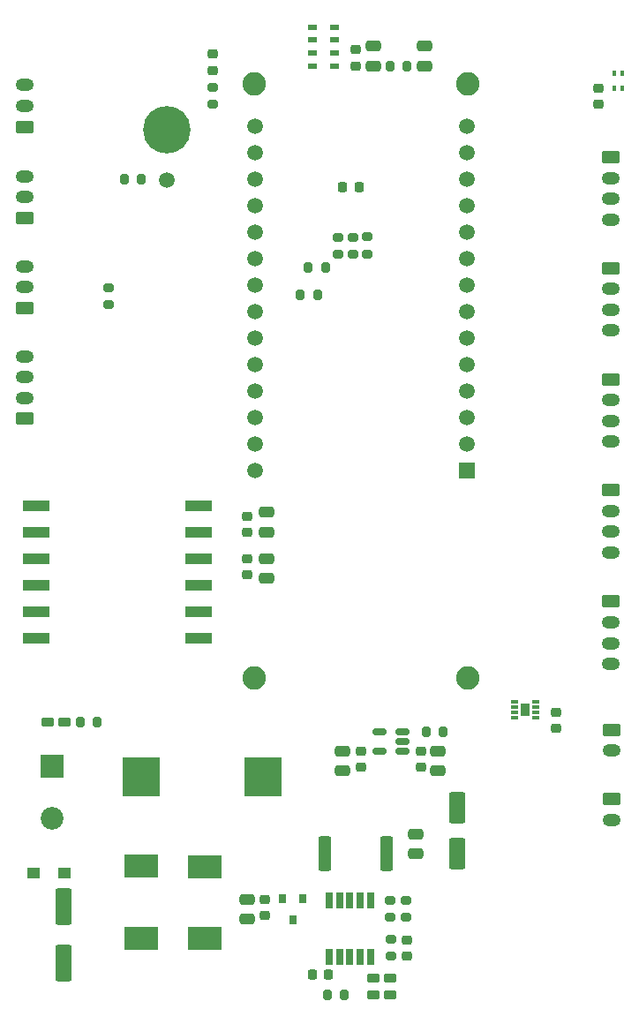
<source format=gbr>
G04 #@! TF.GenerationSoftware,KiCad,Pcbnew,(6.0.5)*
G04 #@! TF.CreationDate,2022-05-13T10:55:27+02:00*
G04 #@! TF.ProjectId,ruche,72756368-652e-46b6-9963-61645f706362,rev?*
G04 #@! TF.SameCoordinates,Original*
G04 #@! TF.FileFunction,Soldermask,Top*
G04 #@! TF.FilePolarity,Negative*
%FSLAX46Y46*%
G04 Gerber Fmt 4.6, Leading zero omitted, Abs format (unit mm)*
G04 Created by KiCad (PCBNEW (6.0.5)) date 2022-05-13 10:55:27*
%MOMM*%
%LPD*%
G01*
G04 APERTURE LIST*
G04 Aperture macros list*
%AMRoundRect*
0 Rectangle with rounded corners*
0 $1 Rounding radius*
0 $2 $3 $4 $5 $6 $7 $8 $9 X,Y pos of 4 corners*
0 Add a 4 corners polygon primitive as box body*
4,1,4,$2,$3,$4,$5,$6,$7,$8,$9,$2,$3,0*
0 Add four circle primitives for the rounded corners*
1,1,$1+$1,$2,$3*
1,1,$1+$1,$4,$5*
1,1,$1+$1,$6,$7*
1,1,$1+$1,$8,$9*
0 Add four rect primitives between the rounded corners*
20,1,$1+$1,$2,$3,$4,$5,0*
20,1,$1+$1,$4,$5,$6,$7,0*
20,1,$1+$1,$6,$7,$8,$9,0*
20,1,$1+$1,$8,$9,$2,$3,0*%
G04 Aperture macros list end*
%ADD10R,1.508000X1.508000*%
%ADD11C,1.508000*%
%ADD12C,2.250000*%
%ADD13RoundRect,0.250000X-0.550000X1.500000X-0.550000X-1.500000X0.550000X-1.500000X0.550000X1.500000X0*%
%ADD14RoundRect,0.225000X-0.250000X0.225000X-0.250000X-0.225000X0.250000X-0.225000X0.250000X0.225000X0*%
%ADD15RoundRect,0.250000X-0.475000X0.250000X-0.475000X-0.250000X0.475000X-0.250000X0.475000X0.250000X0*%
%ADD16RoundRect,0.225000X-0.225000X-0.250000X0.225000X-0.250000X0.225000X0.250000X-0.225000X0.250000X0*%
%ADD17RoundRect,0.250000X0.475000X-0.250000X0.475000X0.250000X-0.475000X0.250000X-0.475000X-0.250000X0*%
%ADD18RoundRect,0.250000X0.550000X-1.250000X0.550000X1.250000X-0.550000X1.250000X-0.550000X-1.250000X0*%
%ADD19RoundRect,0.212500X-0.400000X-0.212500X0.400000X-0.212500X0.400000X0.212500X-0.400000X0.212500X0*%
%ADD20R,1.240000X1.120000*%
%ADD21R,3.200000X2.250000*%
%ADD22R,0.650000X1.525000*%
%ADD23R,2.175000X2.175000*%
%ADD24C,2.175000*%
%ADD25RoundRect,0.250000X-0.625000X0.350000X-0.625000X-0.350000X0.625000X-0.350000X0.625000X0.350000X0*%
%ADD26O,1.750000X1.200000*%
%ADD27RoundRect,0.250000X0.625000X-0.350000X0.625000X0.350000X-0.625000X0.350000X-0.625000X-0.350000X0*%
%ADD28R,3.650000X3.750000*%
%ADD29R,0.800000X0.900000*%
%ADD30RoundRect,0.200000X-0.200000X-0.275000X0.200000X-0.275000X0.200000X0.275000X-0.200000X0.275000X0*%
%ADD31RoundRect,0.200000X0.275000X-0.200000X0.275000X0.200000X-0.275000X0.200000X-0.275000X-0.200000X0*%
%ADD32RoundRect,0.200000X-0.275000X0.200000X-0.275000X-0.200000X0.275000X-0.200000X0.275000X0.200000X0*%
%ADD33RoundRect,0.250000X-0.362500X-1.425000X0.362500X-1.425000X0.362500X1.425000X-0.362500X1.425000X0*%
%ADD34R,0.750000X0.300000*%
%ADD35R,0.900000X1.300000*%
%ADD36R,2.500000X1.000000*%
%ADD37R,0.300000X0.500000*%
%ADD38C,1.500000*%
%ADD39C,4.540000*%
%ADD40RoundRect,0.225000X0.250000X-0.225000X0.250000X0.225000X-0.250000X0.225000X-0.250000X-0.225000X0*%
%ADD41RoundRect,0.218750X-0.256250X0.218750X-0.256250X-0.218750X0.256250X-0.218750X0.256250X0.218750X0*%
%ADD42RoundRect,0.225000X0.225000X0.250000X-0.225000X0.250000X-0.225000X-0.250000X0.225000X-0.250000X0*%
%ADD43R,0.950000X0.550000*%
%ADD44RoundRect,0.150000X0.512500X0.150000X-0.512500X0.150000X-0.512500X-0.150000X0.512500X-0.150000X0*%
G04 APERTURE END LIST*
D10*
X141287500Y-115300200D03*
D11*
X141287500Y-112760200D03*
X141287500Y-110220200D03*
X141287500Y-107680200D03*
X141287500Y-105140200D03*
X141287500Y-102600200D03*
X141287500Y-100060200D03*
X141287500Y-97520200D03*
X141287500Y-94980200D03*
X141287500Y-92440200D03*
X141287500Y-89900200D03*
X141287500Y-87360200D03*
X141287500Y-84820200D03*
X141287500Y-82280200D03*
X120967500Y-82280200D03*
X120967500Y-84820200D03*
X120967500Y-87360200D03*
X120967500Y-89900200D03*
X120967500Y-92440200D03*
X120967500Y-94980200D03*
X120967500Y-97520200D03*
X120967500Y-100060200D03*
X120967500Y-102600200D03*
X120967500Y-105140200D03*
X120967500Y-107680200D03*
X120967500Y-110220200D03*
X120967500Y-112760200D03*
X120967500Y-115300200D03*
D12*
X141377500Y-135185000D03*
X120877500Y-135185000D03*
X120877500Y-78185000D03*
X141377500Y-78185000D03*
D13*
X102625000Y-157110000D03*
X102625000Y-162510000D03*
D14*
X121890000Y-156385000D03*
X121890000Y-157935000D03*
D15*
X120220000Y-156390000D03*
X120220000Y-158290000D03*
D14*
X135560000Y-160275000D03*
X135560000Y-161825000D03*
X149850000Y-138460000D03*
X149850000Y-140010000D03*
D16*
X126495000Y-163600000D03*
X128045000Y-163600000D03*
D17*
X136410000Y-152035000D03*
X136410000Y-150135000D03*
D18*
X140380000Y-152010000D03*
X140380000Y-147610000D03*
D14*
X153950000Y-78585000D03*
X153950000Y-80135000D03*
D19*
X101047500Y-139430000D03*
X102672500Y-139430000D03*
D20*
X102700000Y-153900000D03*
X99700000Y-153900000D03*
D19*
X132307500Y-165542000D03*
X133932500Y-165542000D03*
X132327500Y-163992000D03*
X133952500Y-163992000D03*
D21*
X116180000Y-153260000D03*
X116180000Y-160160000D03*
X110025000Y-153235000D03*
X110025000Y-160135000D03*
D22*
X128070000Y-161912000D03*
X129070000Y-161912000D03*
X130070000Y-161912000D03*
X131070000Y-161912000D03*
X132070000Y-161912000D03*
X132070000Y-156488000D03*
X131070000Y-156488000D03*
X130070000Y-156488000D03*
X129070000Y-156488000D03*
X128070000Y-156488000D03*
D23*
X101550000Y-143635000D03*
D24*
X101550000Y-148635000D03*
D25*
X155140000Y-117140000D03*
D26*
X155140000Y-119140000D03*
X155140000Y-121140000D03*
X155140000Y-123140000D03*
D25*
X155140000Y-127840000D03*
D26*
X155140000Y-129840000D03*
X155140000Y-131840000D03*
X155140000Y-133840000D03*
D27*
X98900000Y-110310000D03*
D26*
X98900000Y-108310000D03*
X98900000Y-106310000D03*
X98900000Y-104310000D03*
D28*
X110040000Y-144690000D03*
X121740000Y-144690000D03*
D29*
X125540000Y-156350000D03*
X123640000Y-156350000D03*
X124590000Y-158350000D03*
D30*
X104195000Y-139420000D03*
X105845000Y-139420000D03*
D31*
X133990000Y-161875000D03*
X133990000Y-160225000D03*
D30*
X127895000Y-165540000D03*
X129545000Y-165540000D03*
D32*
X135460000Y-156485000D03*
X135460000Y-158135000D03*
D31*
X133960000Y-158135000D03*
X133960000Y-156485000D03*
D33*
X127637500Y-152030000D03*
X133562500Y-152030000D03*
D30*
X126105000Y-95830000D03*
X127755000Y-95830000D03*
X125325000Y-98385000D03*
X126975000Y-98385000D03*
D32*
X106910000Y-97720000D03*
X106910000Y-99370000D03*
D25*
X155225000Y-140135000D03*
D26*
X155225000Y-142135000D03*
D25*
X155225000Y-146785000D03*
D26*
X155225000Y-148785000D03*
D34*
X147900000Y-138960000D03*
X147900000Y-138460000D03*
X147900000Y-137960000D03*
X147900000Y-137460000D03*
X145900000Y-137460000D03*
X145900000Y-137960000D03*
X145900000Y-138460000D03*
X145900000Y-138960000D03*
D35*
X146900000Y-138210000D03*
D27*
X98875000Y-91035000D03*
D26*
X98875000Y-89035000D03*
X98875000Y-87035000D03*
D27*
X98850000Y-82310000D03*
D26*
X98850000Y-80310000D03*
X98850000Y-78310000D03*
D27*
X98900000Y-99685000D03*
D26*
X98900000Y-97685000D03*
X98900000Y-95685000D03*
D36*
X115525000Y-131340000D03*
X115525000Y-128800000D03*
X115525000Y-126260000D03*
X115525000Y-123720000D03*
X115525000Y-121180000D03*
X115525000Y-118640000D03*
X100025000Y-118640000D03*
X100025000Y-121180000D03*
X100025000Y-123720000D03*
X100025000Y-126260000D03*
X100025000Y-128800000D03*
X100025000Y-131340000D03*
D37*
X156225000Y-77185000D03*
X155425000Y-77185000D03*
X155425000Y-78585000D03*
X156225000Y-78585000D03*
D14*
X120225000Y-123730000D03*
X120225000Y-125280000D03*
D15*
X122050000Y-123730000D03*
X122050000Y-125630000D03*
D30*
X108425000Y-87310000D03*
X110075000Y-87310000D03*
D38*
X112500000Y-87385000D03*
D39*
X112500000Y-82585000D03*
D15*
X129340000Y-142160000D03*
X129340000Y-144060000D03*
D40*
X120240000Y-121195000D03*
X120240000Y-119645000D03*
D41*
X116960000Y-75332500D03*
X116960000Y-76907500D03*
D30*
X137385000Y-140290000D03*
X139035000Y-140290000D03*
D17*
X137225000Y-76480000D03*
X137225000Y-74580000D03*
D32*
X116950000Y-78495000D03*
X116950000Y-80145000D03*
D14*
X136860000Y-142195000D03*
X136860000Y-143745000D03*
D30*
X133925000Y-76480000D03*
X135575000Y-76480000D03*
D17*
X122100000Y-121160000D03*
X122100000Y-119260000D03*
D31*
X128930000Y-94535000D03*
X128930000Y-92885000D03*
D42*
X130945000Y-88080000D03*
X129395000Y-88080000D03*
D25*
X155070000Y-95840000D03*
D26*
X155070000Y-97840000D03*
X155070000Y-99840000D03*
X155070000Y-101840000D03*
D25*
X155130000Y-106510000D03*
D26*
X155130000Y-108510000D03*
X155130000Y-110510000D03*
X155130000Y-112510000D03*
D31*
X130350000Y-94535000D03*
X130350000Y-92885000D03*
D40*
X130675000Y-76455000D03*
X130675000Y-74905000D03*
D17*
X132350000Y-76480000D03*
X132350000Y-74580000D03*
D43*
X128620000Y-76475000D03*
X128620000Y-75225000D03*
X128620000Y-73975000D03*
X128620000Y-72725000D03*
X126470000Y-72725000D03*
X126470000Y-73975000D03*
X126470000Y-75225000D03*
X126470000Y-76475000D03*
D15*
X138530000Y-142190000D03*
X138530000Y-144090000D03*
D25*
X155080000Y-85210000D03*
D26*
X155080000Y-87210000D03*
X155080000Y-89210000D03*
X155080000Y-91210000D03*
D44*
X135157500Y-142190000D03*
X135157500Y-141240000D03*
X135157500Y-140290000D03*
X132882500Y-140290000D03*
X132882500Y-142190000D03*
D14*
X131150000Y-142195000D03*
X131150000Y-143745000D03*
D31*
X131770000Y-94515000D03*
X131770000Y-92865000D03*
M02*

</source>
